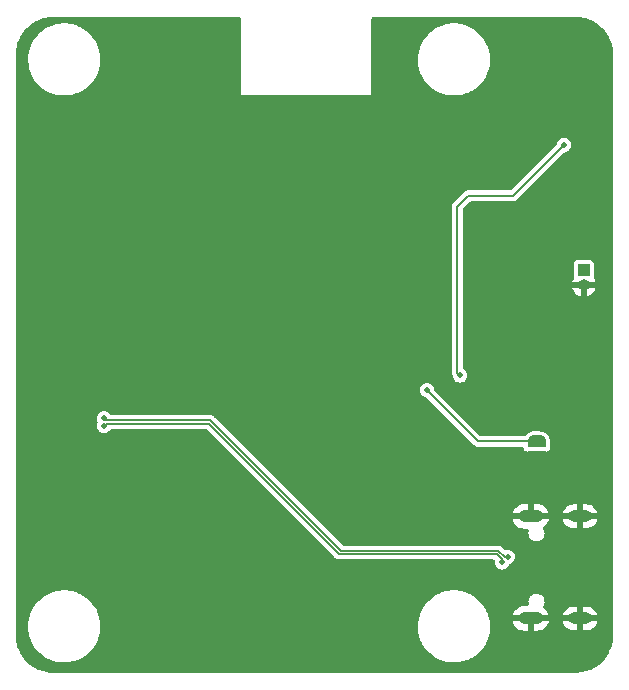
<source format=gbl>
G04 #@! TF.GenerationSoftware,KiCad,Pcbnew,(5.99.0-10632-g8f3343b9e3)*
G04 #@! TF.CreationDate,2021-06-18T06:45:42-04:00*
G04 #@! TF.ProjectId,rpi-cm4-LiM+-board,7270692d-636d-4342-9d4c-694d2b2d626f,v01*
G04 #@! TF.SameCoordinates,Original*
G04 #@! TF.FileFunction,Copper,L2,Bot*
G04 #@! TF.FilePolarity,Positive*
%FSLAX46Y46*%
G04 Gerber Fmt 4.6, Leading zero omitted, Abs format (unit mm)*
G04 Created by KiCad (PCBNEW (5.99.0-10632-g8f3343b9e3)) date 2021-06-18 06:45:42*
%MOMM*%
%LPD*%
G01*
G04 APERTURE LIST*
G04 Aperture macros list*
%AMFreePoly0*
4,1,22,0.500000,-0.750000,0.000000,-0.750000,0.000000,-0.745033,-0.079941,-0.743568,-0.215256,-0.701293,-0.333266,-0.622738,-0.424486,-0.514219,-0.481581,-0.384460,-0.499164,-0.250000,-0.500000,-0.250000,-0.500000,0.250000,-0.499164,0.250000,-0.499963,0.256109,-0.478152,0.396186,-0.417904,0.524511,-0.324060,0.630769,-0.204165,0.706417,-0.067858,0.745374,0.000000,0.744959,0.000000,0.750000,
0.500000,0.750000,0.500000,-0.750000,0.500000,-0.750000,$1*%
%AMFreePoly1*
4,1,20,0.000000,0.744959,0.073905,0.744508,0.209726,0.703889,0.328688,0.626782,0.421226,0.519385,0.479903,0.390333,0.500000,0.250000,0.500000,-0.250000,0.499851,-0.262216,0.476331,-0.402017,0.414519,-0.529596,0.319384,-0.634700,0.198574,-0.708877,0.061801,-0.746166,0.000000,-0.745033,0.000000,-0.750000,-0.500000,-0.750000,-0.500000,0.750000,0.000000,0.750000,0.000000,0.744959,
0.000000,0.744959,$1*%
G04 Aperture macros list end*
G04 #@! TA.AperFunction,ComponentPad*
%ADD10O,2.000000X1.000000*%
G04 #@! TD*
G04 #@! TA.AperFunction,ComponentPad*
%ADD11O,2.100000X1.050000*%
G04 #@! TD*
G04 #@! TA.AperFunction,ComponentPad*
%ADD12R,1.000000X1.000000*%
G04 #@! TD*
G04 #@! TA.AperFunction,ComponentPad*
%ADD13O,1.000000X1.000000*%
G04 #@! TD*
G04 #@! TA.AperFunction,SMDPad,CuDef*
%ADD14FreePoly0,270.000000*%
G04 #@! TD*
G04 #@! TA.AperFunction,SMDPad,CuDef*
%ADD15FreePoly1,270.000000*%
G04 #@! TD*
G04 #@! TA.AperFunction,ViaPad*
%ADD16C,0.508000*%
G04 #@! TD*
G04 #@! TA.AperFunction,Conductor*
%ADD17C,0.200000*%
G04 #@! TD*
G04 #@! TA.AperFunction,Conductor*
%ADD18C,0.152400*%
G04 #@! TD*
G04 APERTURE END LIST*
D10*
X173665000Y-129332500D03*
X173665000Y-120692500D03*
D11*
X169485000Y-129332500D03*
X169485000Y-120692500D03*
D12*
X173990000Y-99822000D03*
D13*
X173990000Y-101092000D03*
D14*
X170000000Y-114350000D03*
D15*
X170000000Y-115650000D03*
D16*
X155000000Y-130000000D03*
X171000000Y-103500000D03*
X127000000Y-92000000D03*
X171000000Y-80500000D03*
X144000000Y-82000000D03*
X145500000Y-86000000D03*
X128778000Y-88138000D03*
X157000000Y-82000000D03*
X131064000Y-125730000D03*
X171000000Y-101500000D03*
X139000000Y-82175000D03*
X144000000Y-84000000D03*
X155500000Y-86000000D03*
X133500000Y-92500000D03*
X144000000Y-80000000D03*
X133500000Y-97500000D03*
X173150000Y-114250000D03*
X157000000Y-84000000D03*
X147000000Y-130000000D03*
X129000000Y-116000000D03*
X138000000Y-130000000D03*
X153500000Y-86000000D03*
X175500000Y-90000000D03*
X157000000Y-80000000D03*
X131238000Y-123730000D03*
X147500000Y-86000000D03*
X151500000Y-86000000D03*
X163000000Y-121000000D03*
X167000000Y-92000000D03*
X149500000Y-86000000D03*
X169000000Y-110000000D03*
X174023750Y-96476250D03*
X127000000Y-101092000D03*
X171000000Y-99000000D03*
X160700000Y-110000000D03*
X172310000Y-89240000D03*
X163500000Y-108760000D03*
X167066513Y-124583487D03*
X133350000Y-113030200D03*
X133350000Y-113030200D03*
X167066513Y-124583487D03*
X133350000Y-112369800D03*
X133350000Y-112369800D03*
X167533487Y-124116513D03*
X167533487Y-124116513D03*
D17*
X170000000Y-115650000D02*
X173665000Y-119315000D01*
X173665000Y-119315000D02*
X173665000Y-120692500D01*
X169000000Y-110000000D02*
X171000000Y-108000000D01*
X171000000Y-108000000D02*
X171000000Y-103500000D01*
X170000000Y-115650000D02*
X171750000Y-115650000D01*
X171750000Y-115650000D02*
X173150000Y-114250000D01*
X160700000Y-110000000D02*
X165050000Y-114350000D01*
X165050000Y-114350000D02*
X170000000Y-114350000D01*
X168010000Y-93540000D02*
X164200000Y-93540000D01*
X163270000Y-96840000D02*
X163270000Y-108530000D01*
X163270000Y-108530000D02*
X163500000Y-108760000D01*
X163270000Y-94470000D02*
X163270000Y-96840000D01*
X172310000Y-89240000D02*
X168010000Y-93540000D01*
X164200000Y-93540000D02*
X163270000Y-94470000D01*
D18*
X166636873Y-123902400D02*
X153286872Y-123902400D01*
X167066513Y-124332040D02*
X166636873Y-123902400D01*
X142236873Y-112852401D02*
X133527799Y-112852401D01*
X167066513Y-124583487D02*
X167066513Y-124332040D01*
X153286872Y-123902400D02*
X142236873Y-112852401D01*
X133527799Y-112852401D02*
X133350000Y-113030200D01*
X166763127Y-123597600D02*
X153413128Y-123597600D01*
X167282040Y-124116513D02*
X166763127Y-123597600D01*
X167533487Y-124116513D02*
X167282040Y-124116513D01*
X142363127Y-112547599D02*
X133527799Y-112547599D01*
X153413128Y-123597600D02*
X142363127Y-112547599D01*
X133527799Y-112547599D02*
X133350000Y-112369800D01*
G04 #@! TA.AperFunction,Conductor*
G36*
X144906862Y-78434931D02*
G01*
X144969199Y-78490157D01*
X144998731Y-78568027D01*
X145000000Y-78589000D01*
X145000000Y-85000000D01*
X156000000Y-85000000D01*
X156000000Y-82106635D01*
X159946361Y-82106635D01*
X159978062Y-82451632D01*
X160048614Y-82790822D01*
X160157109Y-83119844D01*
X160302154Y-83434470D01*
X160304710Y-83438683D01*
X160304711Y-83438684D01*
X160479317Y-83726427D01*
X160481882Y-83730654D01*
X160693985Y-84004588D01*
X160935734Y-84252751D01*
X160957677Y-84270679D01*
X161200205Y-84468833D01*
X161200212Y-84468838D01*
X161204022Y-84471951D01*
X161208158Y-84474611D01*
X161208163Y-84474615D01*
X161491245Y-84656700D01*
X161491253Y-84656704D01*
X161495400Y-84659372D01*
X161806121Y-84812603D01*
X161810749Y-84814265D01*
X161810757Y-84814268D01*
X162127550Y-84928008D01*
X162127555Y-84928009D01*
X162132191Y-84929674D01*
X162136983Y-84930802D01*
X162136992Y-84930805D01*
X162341124Y-84978871D01*
X162469418Y-85009080D01*
X162813466Y-85049801D01*
X162818404Y-85049823D01*
X162818411Y-85049823D01*
X162985817Y-85050553D01*
X163159913Y-85051313D01*
X163306664Y-85035241D01*
X163499403Y-85014133D01*
X163499409Y-85014132D01*
X163504303Y-85013596D01*
X163509103Y-85012510D01*
X163509108Y-85012509D01*
X163648485Y-84980971D01*
X163842210Y-84937135D01*
X163846851Y-84935514D01*
X163846859Y-84935512D01*
X164035554Y-84869616D01*
X164169289Y-84822914D01*
X164481336Y-84672401D01*
X164485495Y-84669777D01*
X164485502Y-84669773D01*
X164770163Y-84490164D01*
X164774338Y-84487530D01*
X165044529Y-84270679D01*
X165288434Y-84024636D01*
X165301451Y-84008125D01*
X165499856Y-83756448D01*
X165502919Y-83752563D01*
X165685226Y-83457959D01*
X165833010Y-83144610D01*
X165944373Y-82816547D01*
X165948942Y-82795503D01*
X166016834Y-82482814D01*
X166016835Y-82482810D01*
X166017882Y-82477986D01*
X166052592Y-82133279D01*
X166053174Y-82106635D01*
X166055426Y-82003400D01*
X166055426Y-82003395D01*
X166055500Y-82000000D01*
X166042168Y-81765204D01*
X166036139Y-81659038D01*
X166036139Y-81659037D01*
X166035859Y-81654108D01*
X165977188Y-81312662D01*
X165880241Y-80980053D01*
X165857419Y-80925628D01*
X165748171Y-80665101D01*
X165748167Y-80665093D01*
X165746265Y-80660557D01*
X165576983Y-80358281D01*
X165374569Y-80077112D01*
X165141628Y-79820663D01*
X164881154Y-79592233D01*
X164660351Y-79439057D01*
X164600545Y-79397568D01*
X164600542Y-79397566D01*
X164596494Y-79394758D01*
X164477230Y-79330675D01*
X164295658Y-79233113D01*
X164295654Y-79233111D01*
X164291310Y-79230777D01*
X163969524Y-79102397D01*
X163964763Y-79101099D01*
X163964760Y-79101098D01*
X163640044Y-79012570D01*
X163640036Y-79012568D01*
X163635274Y-79011270D01*
X163371297Y-78970640D01*
X163297737Y-78959318D01*
X163297735Y-78959318D01*
X163292857Y-78958567D01*
X163287927Y-78958373D01*
X163287924Y-78958373D01*
X163034913Y-78948432D01*
X162946674Y-78944965D01*
X162766249Y-78958373D01*
X162606088Y-78970275D01*
X162606087Y-78970275D01*
X162601177Y-78970640D01*
X162260808Y-79035261D01*
X162121176Y-79078618D01*
X161934661Y-79136532D01*
X161934655Y-79136534D01*
X161929941Y-79137998D01*
X161612832Y-79277530D01*
X161484171Y-79352563D01*
X161317826Y-79449572D01*
X161317821Y-79449575D01*
X161313557Y-79452062D01*
X161189679Y-79544566D01*
X161039916Y-79656398D01*
X161039911Y-79656402D01*
X161035962Y-79659351D01*
X161032368Y-79662732D01*
X160811918Y-79870112D01*
X160783619Y-79896733D01*
X160559769Y-80161154D01*
X160367292Y-80449217D01*
X160208662Y-80757216D01*
X160206916Y-80761825D01*
X160206914Y-80761829D01*
X160154781Y-80899432D01*
X160085918Y-81081193D01*
X160000638Y-81416983D01*
X159953919Y-81760268D01*
X159946361Y-82106635D01*
X156000000Y-82106635D01*
X156000000Y-78589000D01*
X156019931Y-78508138D01*
X156075157Y-78445801D01*
X156153027Y-78416269D01*
X156174000Y-78415000D01*
X173250025Y-78415000D01*
X173277336Y-78418080D01*
X173277949Y-78418304D01*
X173287429Y-78419245D01*
X173459614Y-78421406D01*
X173466500Y-78421628D01*
X173542114Y-78425591D01*
X173551173Y-78426304D01*
X173633253Y-78434931D01*
X173799344Y-78452388D01*
X173808374Y-78453577D01*
X173865965Y-78462698D01*
X173874917Y-78464357D01*
X174118996Y-78516237D01*
X174127839Y-78518361D01*
X174184186Y-78533460D01*
X174192918Y-78536046D01*
X174430212Y-78613147D01*
X174438800Y-78616188D01*
X174493282Y-78637102D01*
X174501697Y-78640588D01*
X174600037Y-78684372D01*
X174729614Y-78742063D01*
X174737791Y-78745963D01*
X174789825Y-78772476D01*
X174797816Y-78776815D01*
X175013888Y-78901565D01*
X175021655Y-78906324D01*
X175070580Y-78938096D01*
X175078087Y-78943256D01*
X175117045Y-78971560D01*
X175279944Y-79089913D01*
X175287142Y-79095436D01*
X175294134Y-79101098D01*
X175332508Y-79132173D01*
X175339434Y-79138088D01*
X175524829Y-79305019D01*
X175531437Y-79311289D01*
X175572713Y-79352565D01*
X175578983Y-79359173D01*
X175745912Y-79544566D01*
X175751827Y-79551492D01*
X175788564Y-79596858D01*
X175794087Y-79604056D01*
X175836718Y-79662732D01*
X175940744Y-79805913D01*
X175945904Y-79813420D01*
X175977676Y-79862345D01*
X175982435Y-79870112D01*
X176107184Y-80086183D01*
X176111531Y-80094189D01*
X176138014Y-80146165D01*
X176141936Y-80154387D01*
X176243423Y-80382330D01*
X176246909Y-80390746D01*
X176267810Y-80445195D01*
X176270851Y-80453783D01*
X176347955Y-80691088D01*
X176350541Y-80699819D01*
X176365637Y-80756155D01*
X176367764Y-80765010D01*
X176419650Y-81009114D01*
X176421303Y-81018038D01*
X176430424Y-81075633D01*
X176431613Y-81084661D01*
X176457694Y-81332809D01*
X176458408Y-81341889D01*
X176462370Y-81417478D01*
X176462594Y-81424384D01*
X176464407Y-81568879D01*
X176465674Y-81575945D01*
X176465675Y-81575951D01*
X176466267Y-81579250D01*
X176469000Y-81609969D01*
X176469000Y-130700025D01*
X176465920Y-130727336D01*
X176465696Y-130727949D01*
X176464755Y-130737429D01*
X176463763Y-130816547D01*
X176462595Y-130909595D01*
X176462370Y-130916520D01*
X176458408Y-130992108D01*
X176457694Y-131001187D01*
X176431616Y-131249320D01*
X176430427Y-131258353D01*
X176421300Y-131315978D01*
X176419641Y-131324930D01*
X176401904Y-131408375D01*
X176367762Y-131568996D01*
X176365635Y-131577854D01*
X176350544Y-131634174D01*
X176347957Y-131642907D01*
X176274985Y-131867496D01*
X176270850Y-131880221D01*
X176267808Y-131888811D01*
X176246908Y-131943255D01*
X176243423Y-131951669D01*
X176141944Y-132179597D01*
X176138022Y-132187820D01*
X176111525Y-132239823D01*
X176107187Y-132247812D01*
X175982409Y-132463934D01*
X175977688Y-132471637D01*
X175945893Y-132520597D01*
X175940770Y-132528052D01*
X175794087Y-132729944D01*
X175788555Y-132737153D01*
X175751827Y-132782508D01*
X175745911Y-132789435D01*
X175578990Y-132974820D01*
X175572720Y-132981428D01*
X175531429Y-133022719D01*
X175524820Y-133028990D01*
X175339422Y-133195922D01*
X175332494Y-133201838D01*
X175287165Y-133238544D01*
X175279940Y-133244089D01*
X175078077Y-133390751D01*
X175070570Y-133395910D01*
X175021657Y-133427675D01*
X175013889Y-133432435D01*
X174797817Y-133557184D01*
X174789811Y-133561531D01*
X174737835Y-133588014D01*
X174729613Y-133591936D01*
X174501668Y-133693424D01*
X174493256Y-133696908D01*
X174438811Y-133717808D01*
X174430224Y-133720849D01*
X174192899Y-133797960D01*
X174184175Y-133800544D01*
X174127845Y-133815638D01*
X174119000Y-133817762D01*
X173874915Y-133869644D01*
X173865984Y-133871299D01*
X173808365Y-133880425D01*
X173799341Y-133881613D01*
X173551189Y-133907694D01*
X173542110Y-133908408D01*
X173466522Y-133912370D01*
X173459616Y-133912594D01*
X173315121Y-133914407D01*
X173304704Y-133916276D01*
X173274011Y-133919009D01*
X168748566Y-133919532D01*
X165848367Y-133919867D01*
X140151685Y-133922839D01*
X129124815Y-133924114D01*
X129097512Y-133921036D01*
X129096925Y-133920822D01*
X129087445Y-133919881D01*
X128915257Y-133917720D01*
X128908373Y-133917498D01*
X128832756Y-133913535D01*
X128823700Y-133912822D01*
X128575552Y-133886742D01*
X128566523Y-133885553D01*
X128508897Y-133876426D01*
X128499944Y-133874767D01*
X128255874Y-133822887D01*
X128247020Y-133820761D01*
X128190700Y-133805670D01*
X128181967Y-133803083D01*
X127944653Y-133725976D01*
X127936063Y-133722934D01*
X127881619Y-133702034D01*
X127873205Y-133698549D01*
X127645277Y-133597070D01*
X127637054Y-133593148D01*
X127585051Y-133566651D01*
X127577062Y-133562313D01*
X127360940Y-133437535D01*
X127353237Y-133432814D01*
X127304277Y-133401019D01*
X127296822Y-133395896D01*
X127094930Y-133249213D01*
X127087721Y-133243681D01*
X127042366Y-133206953D01*
X127035439Y-133201037D01*
X126850054Y-133034116D01*
X126843446Y-133027846D01*
X126802155Y-132986555D01*
X126795884Y-132979946D01*
X126744828Y-132923242D01*
X126628948Y-132794543D01*
X126623036Y-132787620D01*
X126586330Y-132742291D01*
X126580785Y-132735066D01*
X126434123Y-132533203D01*
X126428964Y-132525696D01*
X126397199Y-132476783D01*
X126392439Y-132469015D01*
X126267690Y-132252943D01*
X126263343Y-132244937D01*
X126236860Y-132192961D01*
X126232938Y-132184739D01*
X126131450Y-131956794D01*
X126127964Y-131948378D01*
X126125998Y-131943255D01*
X126107066Y-131893936D01*
X126104025Y-131885350D01*
X126026914Y-131648025D01*
X126024327Y-131639291D01*
X126009239Y-131582982D01*
X126007112Y-131574124D01*
X125981797Y-131455029D01*
X125955230Y-131330041D01*
X125953572Y-131321094D01*
X125944450Y-131263499D01*
X125943261Y-131254467D01*
X125917180Y-131006315D01*
X125916466Y-130997236D01*
X125912504Y-130921648D01*
X125912279Y-130914722D01*
X125910665Y-130785996D01*
X125910467Y-130770247D01*
X125909200Y-130763181D01*
X125909199Y-130763175D01*
X125908607Y-130759876D01*
X125905874Y-130729157D01*
X125905874Y-130106635D01*
X126946361Y-130106635D01*
X126953125Y-130180244D01*
X126970148Y-130365500D01*
X126978062Y-130451632D01*
X126983544Y-130477986D01*
X127037010Y-130735032D01*
X127048614Y-130790822D01*
X127157109Y-131119844D01*
X127159175Y-131124326D01*
X127159176Y-131124328D01*
X127285702Y-131398784D01*
X127302154Y-131434470D01*
X127304710Y-131438683D01*
X127304711Y-131438684D01*
X127324355Y-131471057D01*
X127481882Y-131730654D01*
X127693985Y-132004588D01*
X127814859Y-132128669D01*
X127921505Y-132238144D01*
X127935734Y-132252751D01*
X127957677Y-132270679D01*
X128200205Y-132468833D01*
X128200212Y-132468838D01*
X128204022Y-132471951D01*
X128208158Y-132474611D01*
X128208163Y-132474615D01*
X128491245Y-132656700D01*
X128491253Y-132656704D01*
X128495400Y-132659372D01*
X128638469Y-132729926D01*
X128755461Y-132787620D01*
X128806121Y-132812603D01*
X128810749Y-132814265D01*
X128810757Y-132814268D01*
X129127550Y-132928008D01*
X129127555Y-132928009D01*
X129132191Y-132929674D01*
X129136983Y-132930802D01*
X129136992Y-132930805D01*
X129365154Y-132984529D01*
X129469418Y-133009080D01*
X129813466Y-133049801D01*
X129818404Y-133049823D01*
X129818411Y-133049823D01*
X129985817Y-133050553D01*
X130159913Y-133051313D01*
X130316937Y-133034116D01*
X130499403Y-133014133D01*
X130499409Y-133014132D01*
X130504303Y-133013596D01*
X130509103Y-133012510D01*
X130509108Y-133012509D01*
X130697154Y-132969958D01*
X130842210Y-132937135D01*
X130846851Y-132935514D01*
X130846859Y-132935512D01*
X131040898Y-132867750D01*
X131169289Y-132822914D01*
X131481336Y-132672401D01*
X131485495Y-132669777D01*
X131485502Y-132669773D01*
X131735284Y-132512171D01*
X131774338Y-132487530D01*
X132044529Y-132270679D01*
X132288434Y-132024636D01*
X132301451Y-132008125D01*
X132448748Y-131821278D01*
X132502919Y-131752563D01*
X132685226Y-131457959D01*
X132833010Y-131144610D01*
X132858415Y-131069772D01*
X132942787Y-130821219D01*
X132944373Y-130816547D01*
X132948942Y-130795503D01*
X133016834Y-130482814D01*
X133016835Y-130482810D01*
X133017882Y-130477986D01*
X133052592Y-130133279D01*
X133053174Y-130106635D01*
X159946361Y-130106635D01*
X159953125Y-130180244D01*
X159970148Y-130365500D01*
X159978062Y-130451632D01*
X159983544Y-130477986D01*
X160037010Y-130735032D01*
X160048614Y-130790822D01*
X160157109Y-131119844D01*
X160159175Y-131124326D01*
X160159176Y-131124328D01*
X160285702Y-131398784D01*
X160302154Y-131434470D01*
X160304710Y-131438683D01*
X160304711Y-131438684D01*
X160324355Y-131471057D01*
X160481882Y-131730654D01*
X160693985Y-132004588D01*
X160814859Y-132128669D01*
X160921505Y-132238144D01*
X160935734Y-132252751D01*
X160957677Y-132270679D01*
X161200205Y-132468833D01*
X161200212Y-132468838D01*
X161204022Y-132471951D01*
X161208158Y-132474611D01*
X161208163Y-132474615D01*
X161491245Y-132656700D01*
X161491253Y-132656704D01*
X161495400Y-132659372D01*
X161638469Y-132729926D01*
X161755461Y-132787620D01*
X161806121Y-132812603D01*
X161810749Y-132814265D01*
X161810757Y-132814268D01*
X162127550Y-132928008D01*
X162127555Y-132928009D01*
X162132191Y-132929674D01*
X162136983Y-132930802D01*
X162136992Y-132930805D01*
X162365154Y-132984529D01*
X162469418Y-133009080D01*
X162813466Y-133049801D01*
X162818404Y-133049823D01*
X162818411Y-133049823D01*
X162985817Y-133050553D01*
X163159913Y-133051313D01*
X163316937Y-133034116D01*
X163499403Y-133014133D01*
X163499409Y-133014132D01*
X163504303Y-133013596D01*
X163509103Y-133012510D01*
X163509108Y-133012509D01*
X163697154Y-132969958D01*
X163842210Y-132937135D01*
X163846851Y-132935514D01*
X163846859Y-132935512D01*
X164040898Y-132867750D01*
X164169289Y-132822914D01*
X164481336Y-132672401D01*
X164485495Y-132669777D01*
X164485502Y-132669773D01*
X164735284Y-132512171D01*
X164774338Y-132487530D01*
X165044529Y-132270679D01*
X165288434Y-132024636D01*
X165301451Y-132008125D01*
X165448748Y-131821278D01*
X165502919Y-131752563D01*
X165685226Y-131457959D01*
X165833010Y-131144610D01*
X165858415Y-131069772D01*
X165942787Y-130821219D01*
X165944373Y-130816547D01*
X165948942Y-130795503D01*
X166016834Y-130482814D01*
X166016835Y-130482810D01*
X166017882Y-130477986D01*
X166052592Y-130133279D01*
X166053174Y-130106635D01*
X166055426Y-130003400D01*
X166055426Y-130003395D01*
X166055500Y-130000000D01*
X166042168Y-129765204D01*
X166036139Y-129659038D01*
X166036139Y-129659037D01*
X166035859Y-129654108D01*
X166024969Y-129590733D01*
X167961851Y-129590733D01*
X167962913Y-129603543D01*
X167995182Y-129713183D01*
X168001524Y-129728881D01*
X168087495Y-129893326D01*
X168096773Y-129907505D01*
X168213048Y-130052124D01*
X168224891Y-130064217D01*
X168367048Y-130183501D01*
X168381016Y-130193065D01*
X168543635Y-130282465D01*
X168559199Y-130289135D01*
X168736075Y-130345244D01*
X168752643Y-130348765D01*
X168897006Y-130364959D01*
X168906692Y-130365500D01*
X169209871Y-130365500D01*
X169227213Y-130361225D01*
X169231000Y-130351240D01*
X169231000Y-129607629D01*
X169229307Y-129600760D01*
X169739000Y-129600760D01*
X169739000Y-130344371D01*
X169743275Y-130361713D01*
X169753260Y-130365500D01*
X170056753Y-130365500D01*
X170065208Y-130365087D01*
X170203150Y-130351561D01*
X170219759Y-130348272D01*
X170397403Y-130294639D01*
X170413066Y-130288183D01*
X170576906Y-130201067D01*
X170591016Y-130191692D01*
X170734817Y-130074411D01*
X170746832Y-130062480D01*
X170865116Y-129919500D01*
X170874588Y-129905457D01*
X170962848Y-129742223D01*
X170969409Y-129726616D01*
X171006535Y-129606681D01*
X171007470Y-129590733D01*
X172192788Y-129590733D01*
X172193850Y-129603547D01*
X172223361Y-129703814D01*
X172229703Y-129719513D01*
X172313416Y-129879642D01*
X172322690Y-129893813D01*
X172435910Y-130034631D01*
X172447753Y-130046725D01*
X172586173Y-130162873D01*
X172600140Y-130172437D01*
X172758486Y-130259488D01*
X172774044Y-130266156D01*
X172946278Y-130320792D01*
X172962836Y-130324312D01*
X173102333Y-130339958D01*
X173112022Y-130340500D01*
X173389871Y-130340500D01*
X173407213Y-130336225D01*
X173411000Y-130326240D01*
X173411000Y-129607629D01*
X173409307Y-129600760D01*
X173919000Y-129600760D01*
X173919000Y-130319371D01*
X173923275Y-130336713D01*
X173933260Y-130340500D01*
X174211754Y-130340500D01*
X174220212Y-130340087D01*
X174353295Y-130327038D01*
X174369905Y-130323749D01*
X174542874Y-130271526D01*
X174558539Y-130265069D01*
X174718072Y-130180244D01*
X174732182Y-130170869D01*
X174872201Y-130056672D01*
X174884216Y-130044741D01*
X174999389Y-129905521D01*
X175008864Y-129891474D01*
X175094799Y-129732539D01*
X175101364Y-129716923D01*
X175135489Y-129606683D01*
X175136507Y-129589311D01*
X175123352Y-129586500D01*
X173940129Y-129586500D01*
X173922787Y-129590775D01*
X173919000Y-129600760D01*
X173409307Y-129600760D01*
X173406725Y-129590287D01*
X173396740Y-129586500D01*
X172209962Y-129586500D01*
X172192788Y-129590733D01*
X171007470Y-129590733D01*
X171007553Y-129589311D01*
X170994399Y-129586500D01*
X169760129Y-129586500D01*
X169742787Y-129590775D01*
X169739000Y-129600760D01*
X169229307Y-129600760D01*
X169226725Y-129590287D01*
X169216740Y-129586500D01*
X167979026Y-129586500D01*
X167961851Y-129590733D01*
X166024969Y-129590733D01*
X165977188Y-129312662D01*
X165908116Y-129075689D01*
X167962447Y-129075689D01*
X167975601Y-129078500D01*
X170990974Y-129078500D01*
X171002379Y-129075689D01*
X172193493Y-129075689D01*
X172206648Y-129078500D01*
X173389871Y-129078500D01*
X173407213Y-129074225D01*
X173411000Y-129064240D01*
X173411000Y-128345629D01*
X173409307Y-128338760D01*
X173919000Y-128338760D01*
X173919000Y-129057371D01*
X173923275Y-129074713D01*
X173933260Y-129078500D01*
X175120038Y-129078500D01*
X175137212Y-129074267D01*
X175136150Y-129061453D01*
X175106639Y-128961186D01*
X175100297Y-128945487D01*
X175016584Y-128785358D01*
X175007310Y-128771187D01*
X174894090Y-128630369D01*
X174882247Y-128618275D01*
X174743827Y-128502127D01*
X174729860Y-128492563D01*
X174571514Y-128405512D01*
X174555956Y-128398844D01*
X174383722Y-128344208D01*
X174367164Y-128340688D01*
X174227667Y-128325042D01*
X174217978Y-128324500D01*
X173940129Y-128324500D01*
X173922787Y-128328775D01*
X173919000Y-128338760D01*
X173409307Y-128338760D01*
X173406725Y-128328287D01*
X173396740Y-128324500D01*
X173118246Y-128324500D01*
X173109788Y-128324913D01*
X172976705Y-128337962D01*
X172960095Y-128341251D01*
X172787126Y-128393474D01*
X172771461Y-128399931D01*
X172611928Y-128484756D01*
X172597818Y-128494131D01*
X172457799Y-128608328D01*
X172445784Y-128620259D01*
X172330611Y-128759479D01*
X172321136Y-128773526D01*
X172235201Y-128932461D01*
X172228636Y-128948077D01*
X172194511Y-129058317D01*
X172193493Y-129075689D01*
X171002379Y-129075689D01*
X171008149Y-129074267D01*
X171007087Y-129061457D01*
X170974818Y-128951817D01*
X170968476Y-128936119D01*
X170882505Y-128771674D01*
X170873227Y-128757495D01*
X170756952Y-128612876D01*
X170745109Y-128600783D01*
X170600514Y-128479454D01*
X170551382Y-128412209D01*
X170539127Y-128329834D01*
X170571054Y-128244629D01*
X170581327Y-128230333D01*
X170642313Y-128078626D01*
X170665351Y-127916751D01*
X170665500Y-127902500D01*
X170655202Y-127817405D01*
X170647118Y-127750594D01*
X170647117Y-127750590D01*
X170645857Y-127740178D01*
X170615315Y-127659351D01*
X170591772Y-127597044D01*
X170591770Y-127597041D01*
X170588062Y-127587227D01*
X170495451Y-127452477D01*
X170373371Y-127343708D01*
X170364107Y-127338803D01*
X170364104Y-127338801D01*
X170305142Y-127307583D01*
X170228869Y-127267199D01*
X170070289Y-127227366D01*
X170059803Y-127227311D01*
X170059802Y-127227311D01*
X169977414Y-127226880D01*
X169906785Y-127226510D01*
X169896580Y-127228960D01*
X169757997Y-127262231D01*
X169757996Y-127262231D01*
X169747797Y-127264680D01*
X169602502Y-127339672D01*
X169594600Y-127346565D01*
X169594599Y-127346566D01*
X169542030Y-127392425D01*
X169479290Y-127447157D01*
X169473260Y-127455737D01*
X169473258Y-127455739D01*
X169411360Y-127543812D01*
X169385273Y-127580929D01*
X169325879Y-127733267D01*
X169304537Y-127895374D01*
X169322480Y-128057893D01*
X169326084Y-128067742D01*
X169328480Y-128077957D01*
X169326727Y-128078368D01*
X169334409Y-128148498D01*
X169303965Y-128226016D01*
X169240984Y-128280507D01*
X169161935Y-128299500D01*
X168913247Y-128299500D01*
X168904792Y-128299913D01*
X168766850Y-128313439D01*
X168750241Y-128316728D01*
X168572597Y-128370361D01*
X168556934Y-128376817D01*
X168393094Y-128463933D01*
X168378984Y-128473308D01*
X168235183Y-128590589D01*
X168223168Y-128602520D01*
X168104884Y-128745500D01*
X168095412Y-128759543D01*
X168007152Y-128922777D01*
X168000591Y-128938384D01*
X167963465Y-129058319D01*
X167962447Y-129075689D01*
X165908116Y-129075689D01*
X165880241Y-128980053D01*
X165856223Y-128922777D01*
X165748171Y-128665101D01*
X165748167Y-128665093D01*
X165746265Y-128660557D01*
X165576983Y-128358281D01*
X165374569Y-128077112D01*
X165141628Y-127820663D01*
X164881154Y-127592233D01*
X164738824Y-127493496D01*
X164600545Y-127397568D01*
X164600542Y-127397566D01*
X164596494Y-127394758D01*
X164374618Y-127275540D01*
X164295658Y-127233113D01*
X164295654Y-127233111D01*
X164291310Y-127230777D01*
X163969524Y-127102397D01*
X163964763Y-127101099D01*
X163964760Y-127101098D01*
X163640044Y-127012570D01*
X163640036Y-127012568D01*
X163635274Y-127011270D01*
X163371297Y-126970640D01*
X163297737Y-126959318D01*
X163297735Y-126959318D01*
X163292857Y-126958567D01*
X163287927Y-126958373D01*
X163287924Y-126958373D01*
X163034913Y-126948432D01*
X162946674Y-126944965D01*
X162766249Y-126958373D01*
X162606088Y-126970275D01*
X162606087Y-126970275D01*
X162601177Y-126970640D01*
X162260808Y-127035261D01*
X162110415Y-127081959D01*
X161934661Y-127136532D01*
X161934655Y-127136534D01*
X161929941Y-127137998D01*
X161612832Y-127277530D01*
X161499355Y-127343708D01*
X161317826Y-127449572D01*
X161317821Y-127449575D01*
X161313557Y-127452062D01*
X161308633Y-127455739D01*
X161039916Y-127656398D01*
X161039911Y-127656402D01*
X161035962Y-127659351D01*
X161032368Y-127662732D01*
X160867947Y-127817405D01*
X160783619Y-127896733D01*
X160559769Y-128161154D01*
X160367292Y-128449217D01*
X160208662Y-128757216D01*
X160206916Y-128761825D01*
X160206914Y-128761829D01*
X160198000Y-128785358D01*
X160085918Y-129081193D01*
X160000638Y-129416983D01*
X159953919Y-129760268D01*
X159946361Y-130106635D01*
X133053174Y-130106635D01*
X133055426Y-130003400D01*
X133055426Y-130003395D01*
X133055500Y-130000000D01*
X133042168Y-129765204D01*
X133036139Y-129659038D01*
X133036139Y-129659037D01*
X133035859Y-129654108D01*
X132977188Y-129312662D01*
X132880241Y-128980053D01*
X132856223Y-128922777D01*
X132748171Y-128665101D01*
X132748167Y-128665093D01*
X132746265Y-128660557D01*
X132576983Y-128358281D01*
X132374569Y-128077112D01*
X132141628Y-127820663D01*
X131881154Y-127592233D01*
X131738824Y-127493496D01*
X131600545Y-127397568D01*
X131600542Y-127397566D01*
X131596494Y-127394758D01*
X131374618Y-127275540D01*
X131295658Y-127233113D01*
X131295654Y-127233111D01*
X131291310Y-127230777D01*
X130969524Y-127102397D01*
X130964763Y-127101099D01*
X130964760Y-127101098D01*
X130640044Y-127012570D01*
X130640036Y-127012568D01*
X130635274Y-127011270D01*
X130371297Y-126970640D01*
X130297737Y-126959318D01*
X130297735Y-126959318D01*
X130292857Y-126958567D01*
X130287927Y-126958373D01*
X130287924Y-126958373D01*
X130034913Y-126948432D01*
X129946674Y-126944965D01*
X129766249Y-126958373D01*
X129606088Y-126970275D01*
X129606087Y-126970275D01*
X129601177Y-126970640D01*
X129260808Y-127035261D01*
X129110415Y-127081959D01*
X128934661Y-127136532D01*
X128934655Y-127136534D01*
X128929941Y-127137998D01*
X128612832Y-127277530D01*
X128499355Y-127343708D01*
X128317826Y-127449572D01*
X128317821Y-127449575D01*
X128313557Y-127452062D01*
X128308633Y-127455739D01*
X128039916Y-127656398D01*
X128039911Y-127656402D01*
X128035962Y-127659351D01*
X128032368Y-127662732D01*
X127867947Y-127817405D01*
X127783619Y-127896733D01*
X127559769Y-128161154D01*
X127367292Y-128449217D01*
X127208662Y-128757216D01*
X127206916Y-128761825D01*
X127206914Y-128761829D01*
X127198000Y-128785358D01*
X127085918Y-129081193D01*
X127000638Y-129416983D01*
X126953919Y-129760268D01*
X126946361Y-130106635D01*
X125905874Y-130106635D01*
X125905874Y-112369800D01*
X132740500Y-112369800D01*
X132761268Y-112527550D01*
X132765634Y-112538089D01*
X132765634Y-112538091D01*
X132805118Y-112633413D01*
X132817649Y-112715747D01*
X132805118Y-112766587D01*
X132761268Y-112872450D01*
X132740500Y-113030200D01*
X132761268Y-113187950D01*
X132822158Y-113334950D01*
X132919018Y-113461182D01*
X133045250Y-113558042D01*
X133055786Y-113562406D01*
X133181709Y-113614566D01*
X133181711Y-113614566D01*
X133192250Y-113618932D01*
X133350000Y-113639700D01*
X133507750Y-113618932D01*
X133518289Y-113614566D01*
X133518291Y-113614566D01*
X133644214Y-113562406D01*
X133654750Y-113558042D01*
X133780982Y-113461182D01*
X133868460Y-113347177D01*
X133933497Y-113295158D01*
X134006504Y-113279101D01*
X141988054Y-113279101D01*
X142068916Y-113299032D01*
X142111091Y-113330064D01*
X152958884Y-124177857D01*
X152972492Y-124193171D01*
X152991353Y-124217096D01*
X153036418Y-124248243D01*
X153040819Y-124251388D01*
X153084866Y-124283921D01*
X153091319Y-124286187D01*
X153096950Y-124290079D01*
X153149230Y-124306613D01*
X153154290Y-124308301D01*
X153205979Y-124326453D01*
X153212814Y-124326722D01*
X153219339Y-124328785D01*
X153223341Y-124329100D01*
X153269922Y-124329100D01*
X153276754Y-124329234D01*
X153334244Y-124331493D01*
X153342063Y-124329420D01*
X153347872Y-124329100D01*
X166292095Y-124329100D01*
X166372957Y-124349031D01*
X166435294Y-124404257D01*
X166464826Y-124482127D01*
X166464606Y-124525811D01*
X166457013Y-124583487D01*
X166477781Y-124741237D01*
X166538671Y-124888237D01*
X166635531Y-125014469D01*
X166761763Y-125111329D01*
X166772299Y-125115693D01*
X166898222Y-125167853D01*
X166898224Y-125167853D01*
X166908763Y-125172219D01*
X167066513Y-125192987D01*
X167224263Y-125172219D01*
X167234802Y-125167853D01*
X167234804Y-125167853D01*
X167360727Y-125115693D01*
X167371263Y-125111329D01*
X167497495Y-125014469D01*
X167594355Y-124888237D01*
X167598718Y-124877704D01*
X167598722Y-124877697D01*
X167638207Y-124782373D01*
X167687565Y-124715294D01*
X167732373Y-124688207D01*
X167827697Y-124648722D01*
X167827704Y-124648718D01*
X167838237Y-124644355D01*
X167964469Y-124547495D01*
X168061329Y-124421263D01*
X168108110Y-124308326D01*
X168117853Y-124284804D01*
X168117853Y-124284802D01*
X168122219Y-124274263D01*
X168142987Y-124116513D01*
X168122219Y-123958763D01*
X168061329Y-123811763D01*
X167964469Y-123685531D01*
X167838237Y-123588671D01*
X167747087Y-123550915D01*
X167701778Y-123532147D01*
X167701776Y-123532147D01*
X167691237Y-123527781D01*
X167533487Y-123507013D01*
X167391014Y-123525770D01*
X167308245Y-123516565D01*
X167245268Y-123476296D01*
X167091115Y-123322143D01*
X167077507Y-123306829D01*
X167066698Y-123293118D01*
X167058646Y-123282904D01*
X167013603Y-123251773D01*
X167009204Y-123248630D01*
X166965133Y-123216078D01*
X166958677Y-123213811D01*
X166953049Y-123209921D01*
X166900852Y-123193413D01*
X166895670Y-123191684D01*
X166856289Y-123177855D01*
X166856287Y-123177855D01*
X166844020Y-123173547D01*
X166837185Y-123173278D01*
X166830660Y-123171215D01*
X166826658Y-123170900D01*
X166780077Y-123170900D01*
X166773245Y-123170766D01*
X166772000Y-123170717D01*
X166715754Y-123168507D01*
X166707935Y-123170580D01*
X166702126Y-123170900D01*
X153661946Y-123170900D01*
X153581084Y-123150969D01*
X153538909Y-123119937D01*
X151369705Y-120950733D01*
X167961851Y-120950733D01*
X167962913Y-120963543D01*
X167995182Y-121073183D01*
X168001524Y-121088881D01*
X168087495Y-121253326D01*
X168096773Y-121267505D01*
X168213048Y-121412124D01*
X168224891Y-121424217D01*
X168367048Y-121543501D01*
X168381016Y-121553065D01*
X168543635Y-121642465D01*
X168559199Y-121649135D01*
X168736075Y-121705244D01*
X168752643Y-121708765D01*
X168897006Y-121724959D01*
X168906692Y-121725500D01*
X169161341Y-121725500D01*
X169242203Y-121745431D01*
X169304540Y-121800657D01*
X169334072Y-121878527D01*
X169329875Y-121942769D01*
X169329688Y-121943497D01*
X169325879Y-121953267D01*
X169304537Y-122115374D01*
X169322480Y-122277893D01*
X169378670Y-122431441D01*
X169469865Y-122567153D01*
X169477626Y-122574215D01*
X169494895Y-122589928D01*
X169590799Y-122677194D01*
X169600013Y-122682197D01*
X169600016Y-122682199D01*
X169695602Y-122734098D01*
X169734491Y-122755213D01*
X169892646Y-122796704D01*
X169903127Y-122796869D01*
X169903130Y-122796869D01*
X169972681Y-122797961D01*
X170056132Y-122799272D01*
X170066352Y-122796931D01*
X170066355Y-122796931D01*
X170205283Y-122765112D01*
X170205286Y-122765111D01*
X170215511Y-122762769D01*
X170361583Y-122689303D01*
X170369558Y-122682492D01*
X170369562Y-122682489D01*
X170477936Y-122589928D01*
X170477937Y-122589927D01*
X170485914Y-122583114D01*
X170581327Y-122450333D01*
X170642313Y-122298626D01*
X170665351Y-122136751D01*
X170665500Y-122122500D01*
X170656069Y-122044565D01*
X170647118Y-121970594D01*
X170647117Y-121970590D01*
X170645857Y-121960178D01*
X170588062Y-121807227D01*
X170567366Y-121777114D01*
X170537991Y-121699188D01*
X170548195Y-121616533D01*
X170600791Y-121543720D01*
X170734817Y-121434411D01*
X170746832Y-121422480D01*
X170865116Y-121279500D01*
X170874588Y-121265457D01*
X170962848Y-121102223D01*
X170969409Y-121086616D01*
X171006535Y-120966681D01*
X171007470Y-120950733D01*
X172192788Y-120950733D01*
X172193850Y-120963547D01*
X172223361Y-121063814D01*
X172229703Y-121079513D01*
X172313416Y-121239642D01*
X172322690Y-121253813D01*
X172435910Y-121394631D01*
X172447753Y-121406725D01*
X172586173Y-121522873D01*
X172600140Y-121532437D01*
X172758486Y-121619488D01*
X172774044Y-121626156D01*
X172946278Y-121680792D01*
X172962836Y-121684312D01*
X173102333Y-121699958D01*
X173112022Y-121700500D01*
X173389871Y-121700500D01*
X173407213Y-121696225D01*
X173411000Y-121686240D01*
X173411000Y-120967629D01*
X173409307Y-120960760D01*
X173919000Y-120960760D01*
X173919000Y-121679371D01*
X173923275Y-121696713D01*
X173933260Y-121700500D01*
X174211754Y-121700500D01*
X174220212Y-121700087D01*
X174353295Y-121687038D01*
X174369905Y-121683749D01*
X174542874Y-121631526D01*
X174558539Y-121625069D01*
X174718072Y-121540244D01*
X174732182Y-121530869D01*
X174872201Y-121416672D01*
X174884216Y-121404741D01*
X174999389Y-121265521D01*
X175008864Y-121251474D01*
X175094799Y-121092539D01*
X175101364Y-121076923D01*
X175135489Y-120966683D01*
X175136507Y-120949311D01*
X175123352Y-120946500D01*
X173940129Y-120946500D01*
X173922787Y-120950775D01*
X173919000Y-120960760D01*
X173409307Y-120960760D01*
X173406725Y-120950287D01*
X173396740Y-120946500D01*
X172209962Y-120946500D01*
X172192788Y-120950733D01*
X171007470Y-120950733D01*
X171007553Y-120949311D01*
X170994399Y-120946500D01*
X167979026Y-120946500D01*
X167961851Y-120950733D01*
X151369705Y-120950733D01*
X150854661Y-120435689D01*
X167962447Y-120435689D01*
X167975601Y-120438500D01*
X169209871Y-120438500D01*
X169227213Y-120434225D01*
X169231000Y-120424240D01*
X169231000Y-119680629D01*
X169229307Y-119673760D01*
X169739000Y-119673760D01*
X169739000Y-120417371D01*
X169743275Y-120434713D01*
X169753260Y-120438500D01*
X170990974Y-120438500D01*
X171002379Y-120435689D01*
X172193493Y-120435689D01*
X172206648Y-120438500D01*
X173389871Y-120438500D01*
X173407213Y-120434225D01*
X173411000Y-120424240D01*
X173411000Y-119705629D01*
X173409307Y-119698760D01*
X173919000Y-119698760D01*
X173919000Y-120417371D01*
X173923275Y-120434713D01*
X173933260Y-120438500D01*
X175120038Y-120438500D01*
X175137212Y-120434267D01*
X175136150Y-120421453D01*
X175106639Y-120321186D01*
X175100297Y-120305487D01*
X175016584Y-120145358D01*
X175007310Y-120131187D01*
X174894090Y-119990369D01*
X174882247Y-119978275D01*
X174743827Y-119862127D01*
X174729860Y-119852563D01*
X174571514Y-119765512D01*
X174555956Y-119758844D01*
X174383722Y-119704208D01*
X174367164Y-119700688D01*
X174227667Y-119685042D01*
X174217978Y-119684500D01*
X173940129Y-119684500D01*
X173922787Y-119688775D01*
X173919000Y-119698760D01*
X173409307Y-119698760D01*
X173406725Y-119688287D01*
X173396740Y-119684500D01*
X173118246Y-119684500D01*
X173109788Y-119684913D01*
X172976705Y-119697962D01*
X172960095Y-119701251D01*
X172787126Y-119753474D01*
X172771461Y-119759931D01*
X172611928Y-119844756D01*
X172597818Y-119854131D01*
X172457799Y-119968328D01*
X172445784Y-119980259D01*
X172330611Y-120119479D01*
X172321136Y-120133526D01*
X172235201Y-120292461D01*
X172228636Y-120308077D01*
X172194511Y-120418317D01*
X172193493Y-120435689D01*
X171002379Y-120435689D01*
X171008149Y-120434267D01*
X171007087Y-120421457D01*
X170974818Y-120311817D01*
X170968476Y-120296119D01*
X170882505Y-120131674D01*
X170873227Y-120117495D01*
X170756952Y-119972876D01*
X170745109Y-119960783D01*
X170602952Y-119841499D01*
X170588984Y-119831935D01*
X170426365Y-119742535D01*
X170410801Y-119735865D01*
X170233925Y-119679756D01*
X170217357Y-119676235D01*
X170072994Y-119660041D01*
X170063308Y-119659500D01*
X169760129Y-119659500D01*
X169742787Y-119663775D01*
X169739000Y-119673760D01*
X169229307Y-119673760D01*
X169226725Y-119663287D01*
X169216740Y-119659500D01*
X168913247Y-119659500D01*
X168904792Y-119659913D01*
X168766850Y-119673439D01*
X168750241Y-119676728D01*
X168572597Y-119730361D01*
X168556934Y-119736817D01*
X168393094Y-119823933D01*
X168378984Y-119833308D01*
X168235183Y-119950589D01*
X168223168Y-119962520D01*
X168104884Y-120105500D01*
X168095412Y-120119543D01*
X168007152Y-120282777D01*
X168000591Y-120298384D01*
X167963465Y-120418319D01*
X167962447Y-120435689D01*
X150854661Y-120435689D01*
X142691115Y-112272142D01*
X142677507Y-112256828D01*
X142666698Y-112243117D01*
X142658646Y-112232903D01*
X142613603Y-112201772D01*
X142609204Y-112198629D01*
X142565133Y-112166077D01*
X142558677Y-112163810D01*
X142553049Y-112159920D01*
X142500852Y-112143412D01*
X142495670Y-112141683D01*
X142456289Y-112127854D01*
X142456287Y-112127854D01*
X142444020Y-112123546D01*
X142437185Y-112123277D01*
X142430660Y-112121214D01*
X142426658Y-112120899D01*
X142380077Y-112120899D01*
X142373245Y-112120765D01*
X142372000Y-112120716D01*
X142315754Y-112118506D01*
X142307935Y-112120579D01*
X142302126Y-112120899D01*
X134006504Y-112120899D01*
X133925642Y-112100968D01*
X133868460Y-112052823D01*
X133787927Y-111947869D01*
X133780982Y-111938818D01*
X133654750Y-111841958D01*
X133590853Y-111815491D01*
X133518291Y-111785434D01*
X133518289Y-111785434D01*
X133507750Y-111781068D01*
X133350000Y-111760300D01*
X133192250Y-111781068D01*
X133181711Y-111785434D01*
X133181709Y-111785434D01*
X133109147Y-111815491D01*
X133045250Y-111841958D01*
X132919018Y-111938818D01*
X132822158Y-112065050D01*
X132817794Y-112075586D01*
X132766167Y-112200224D01*
X132761268Y-112212050D01*
X132740500Y-112369800D01*
X125905874Y-112369800D01*
X125905874Y-110000000D01*
X160090500Y-110000000D01*
X160111268Y-110157750D01*
X160172158Y-110304750D01*
X160269018Y-110430982D01*
X160395250Y-110527842D01*
X160405786Y-110532206D01*
X160531709Y-110584366D01*
X160531711Y-110584366D01*
X160542250Y-110588732D01*
X160609655Y-110597606D01*
X160687218Y-110627919D01*
X160709976Y-110647079D01*
X162737446Y-112674550D01*
X164705787Y-114642891D01*
X164719395Y-114658205D01*
X164738189Y-114682045D01*
X164785868Y-114714998D01*
X164790253Y-114718132D01*
X164836858Y-114752555D01*
X164843668Y-114754946D01*
X164849608Y-114759052D01*
X164862009Y-114762974D01*
X164862011Y-114762975D01*
X164904855Y-114776526D01*
X164910035Y-114778254D01*
X164929679Y-114785152D01*
X164964648Y-114797432D01*
X164971862Y-114797715D01*
X164978744Y-114799892D01*
X164986469Y-114800500D01*
X165039319Y-114800500D01*
X165046150Y-114800634D01*
X165099984Y-114802749D01*
X165107459Y-114800767D01*
X165112309Y-114800500D01*
X168737039Y-114800500D01*
X168817901Y-114820431D01*
X168880238Y-114875657D01*
X168904066Y-114926745D01*
X168905378Y-114937270D01*
X168910440Y-114948810D01*
X168910441Y-114948814D01*
X168923294Y-114978114D01*
X168952387Y-115044440D01*
X168962149Y-115055044D01*
X168962150Y-115055046D01*
X169021882Y-115119932D01*
X169021884Y-115119933D01*
X169031647Y-115130539D01*
X169134569Y-115186238D01*
X169250000Y-115205500D01*
X169671766Y-115205500D01*
X169687312Y-115206196D01*
X169733311Y-115210322D01*
X169738914Y-115210391D01*
X169742281Y-115210432D01*
X169742287Y-115210432D01*
X169745649Y-115210473D01*
X169748994Y-115210255D01*
X169749006Y-115210255D01*
X169797039Y-115207129D01*
X169797051Y-115207128D01*
X169800397Y-115206910D01*
X169803728Y-115206433D01*
X169821726Y-115205500D01*
X170171766Y-115205500D01*
X170187312Y-115206196D01*
X170233311Y-115210322D01*
X170238914Y-115210391D01*
X170242281Y-115210432D01*
X170242287Y-115210432D01*
X170245649Y-115210473D01*
X170248994Y-115210255D01*
X170249006Y-115210255D01*
X170297039Y-115207129D01*
X170297051Y-115207128D01*
X170300397Y-115206910D01*
X170303728Y-115206433D01*
X170321726Y-115205500D01*
X170750000Y-115205500D01*
X170837270Y-115194622D01*
X170848810Y-115189560D01*
X170848814Y-115189559D01*
X170896352Y-115168707D01*
X170944440Y-115147613D01*
X170955044Y-115137851D01*
X170955046Y-115137850D01*
X171019932Y-115078118D01*
X171019933Y-115078116D01*
X171030539Y-115068353D01*
X171086238Y-114965431D01*
X171105500Y-114850000D01*
X171105500Y-114350000D01*
X171105490Y-114349919D01*
X171105429Y-114347745D01*
X171105783Y-114289822D01*
X171105821Y-114283637D01*
X171092142Y-114183772D01*
X171052795Y-114046101D01*
X171011638Y-113954094D01*
X170935234Y-113833000D01*
X170931225Y-113828289D01*
X170873917Y-113760952D01*
X170873911Y-113760946D01*
X170869906Y-113756240D01*
X170762586Y-113661458D01*
X170678340Y-113606119D01*
X170548731Y-113545268D01*
X170452340Y-113515798D01*
X170446230Y-113514847D01*
X170446227Y-113514846D01*
X170392935Y-113506549D01*
X170310862Y-113493770D01*
X170304687Y-113493695D01*
X170304680Y-113493694D01*
X170256269Y-113493103D01*
X170210077Y-113492539D01*
X170203936Y-113493342D01*
X170197762Y-113493706D01*
X170197755Y-113493589D01*
X170183754Y-113494500D01*
X169821572Y-113494500D01*
X169813348Y-113494157D01*
X169810862Y-113493770D01*
X169804683Y-113493695D01*
X169804677Y-113493694D01*
X169757971Y-113493124D01*
X169710076Y-113492539D01*
X169634906Y-113502368D01*
X169574247Y-113510300D01*
X169574242Y-113510301D01*
X169568101Y-113511104D01*
X169471019Y-113538210D01*
X169339963Y-113595876D01*
X169334712Y-113599144D01*
X169334709Y-113599146D01*
X169318051Y-113609515D01*
X169254390Y-113649140D01*
X169144786Y-113741272D01*
X169077604Y-113816411D01*
X169073939Y-113821917D01*
X169073808Y-113822037D01*
X169070388Y-113826458D01*
X169069627Y-113825869D01*
X169012543Y-113878184D01*
X168929095Y-113899500D01*
X165308677Y-113899500D01*
X165227815Y-113879569D01*
X165185640Y-113848537D01*
X163268977Y-111931873D01*
X161347079Y-110009975D01*
X161303995Y-109938704D01*
X161297605Y-109909649D01*
X161288732Y-109842250D01*
X161227842Y-109695250D01*
X161130982Y-109569018D01*
X161004750Y-109472158D01*
X160940853Y-109445691D01*
X160868291Y-109415634D01*
X160868289Y-109415634D01*
X160857750Y-109411268D01*
X160700000Y-109390500D01*
X160542250Y-109411268D01*
X160531711Y-109415634D01*
X160531709Y-109415634D01*
X160459147Y-109445691D01*
X160395250Y-109472158D01*
X160269018Y-109569018D01*
X160172158Y-109695250D01*
X160111268Y-109842250D01*
X160090500Y-110000000D01*
X125905874Y-110000000D01*
X125905874Y-108544308D01*
X162814725Y-108544308D01*
X162817061Y-108557099D01*
X162817061Y-108557100D01*
X162825130Y-108601280D01*
X162826024Y-108606656D01*
X162834636Y-108663935D01*
X162837761Y-108670443D01*
X162839058Y-108677545D01*
X162845054Y-108689088D01*
X162865755Y-108728939D01*
X162868197Y-108733827D01*
X162882146Y-108762875D01*
X162897804Y-108815479D01*
X162911268Y-108917750D01*
X162972158Y-109064750D01*
X163069018Y-109190982D01*
X163195250Y-109287842D01*
X163205786Y-109292206D01*
X163331709Y-109344366D01*
X163331711Y-109344366D01*
X163342250Y-109348732D01*
X163500000Y-109369500D01*
X163657750Y-109348732D01*
X163668289Y-109344366D01*
X163668291Y-109344366D01*
X163794214Y-109292206D01*
X163804750Y-109287842D01*
X163930982Y-109190982D01*
X164027842Y-109064750D01*
X164088732Y-108917750D01*
X164109500Y-108760000D01*
X164088732Y-108602250D01*
X164027842Y-108455250D01*
X163930982Y-108329018D01*
X163804750Y-108232158D01*
X163803532Y-108231653D01*
X163747437Y-108177773D01*
X163721064Y-108098778D01*
X163720500Y-108084776D01*
X163720500Y-101350267D01*
X173017859Y-101350267D01*
X173018852Y-101362786D01*
X173045789Y-101456725D01*
X173052028Y-101472483D01*
X173134614Y-101633177D01*
X173143792Y-101647420D01*
X173256024Y-101789021D01*
X173267789Y-101801204D01*
X173405386Y-101918308D01*
X173419300Y-101927978D01*
X173577016Y-102016122D01*
X173592538Y-102022904D01*
X173715907Y-102062989D01*
X173732970Y-102064228D01*
X173736000Y-102050519D01*
X173736000Y-101367129D01*
X173734307Y-101360260D01*
X174244000Y-101360260D01*
X174244000Y-102046677D01*
X174248275Y-102064019D01*
X174248501Y-102064105D01*
X174260523Y-102063193D01*
X174348131Y-102038732D01*
X174363918Y-102032609D01*
X174525194Y-101951143D01*
X174539503Y-101942062D01*
X174681877Y-101830827D01*
X174694148Y-101819141D01*
X174812204Y-101682372D01*
X174821973Y-101668523D01*
X174911221Y-101511419D01*
X174918106Y-101495955D01*
X174961320Y-101366047D01*
X174962667Y-101349141D01*
X174948685Y-101346000D01*
X174265129Y-101346000D01*
X174247787Y-101350275D01*
X174244000Y-101360260D01*
X173734307Y-101360260D01*
X173731725Y-101349787D01*
X173721740Y-101346000D01*
X173035168Y-101346000D01*
X173017859Y-101350267D01*
X163720500Y-101350267D01*
X163720500Y-100835081D01*
X173018158Y-100835081D01*
X173031590Y-100838000D01*
X174945297Y-100838000D01*
X174962334Y-100833801D01*
X174961201Y-100820694D01*
X174929026Y-100714126D01*
X174922569Y-100698461D01*
X174843529Y-100549807D01*
X174823165Y-100469053D01*
X174828295Y-100437774D01*
X174826238Y-100437431D01*
X174844315Y-100329100D01*
X174845500Y-100322000D01*
X174845500Y-99322000D01*
X174834622Y-99234730D01*
X174829560Y-99223190D01*
X174829559Y-99223186D01*
X174793403Y-99140761D01*
X174787613Y-99127560D01*
X174777851Y-99116956D01*
X174777850Y-99116954D01*
X174718118Y-99052068D01*
X174718116Y-99052067D01*
X174708353Y-99041461D01*
X174605431Y-98985762D01*
X174490000Y-98966500D01*
X173490000Y-98966500D01*
X173402730Y-98977378D01*
X173391190Y-98982440D01*
X173391186Y-98982441D01*
X173343648Y-99003294D01*
X173295560Y-99024387D01*
X173284956Y-99034149D01*
X173284954Y-99034150D01*
X173220068Y-99093882D01*
X173220067Y-99093884D01*
X173209461Y-99103647D01*
X173153762Y-99206569D01*
X173134500Y-99322000D01*
X173134500Y-100322000D01*
X173145378Y-100409270D01*
X173150444Y-100420820D01*
X173151068Y-100423085D01*
X173153320Y-100506336D01*
X173135789Y-100553104D01*
X173063016Y-100685478D01*
X173056344Y-100701044D01*
X173019288Y-100817860D01*
X173018158Y-100835081D01*
X163720500Y-100835081D01*
X163720500Y-94728677D01*
X163740431Y-94647815D01*
X163771463Y-94605640D01*
X164335640Y-94041463D01*
X164406911Y-93998379D01*
X164458677Y-93990500D01*
X167973702Y-93990500D01*
X167994153Y-93991706D01*
X168024308Y-93995275D01*
X168037099Y-93992939D01*
X168037100Y-93992939D01*
X168050454Y-93990500D01*
X168081307Y-93984866D01*
X168086656Y-93983976D01*
X168118824Y-93979139D01*
X168131072Y-93977298D01*
X168131073Y-93977298D01*
X168143935Y-93975364D01*
X168150443Y-93972239D01*
X168157545Y-93970942D01*
X168208949Y-93944240D01*
X168213790Y-93941821D01*
X168266029Y-93916735D01*
X168271330Y-93911835D01*
X168277736Y-93908507D01*
X168283628Y-93903475D01*
X168321015Y-93866088D01*
X168325941Y-93861353D01*
X168326266Y-93861053D01*
X168365486Y-93824798D01*
X168369371Y-93818109D01*
X168372607Y-93814496D01*
X172300024Y-89887079D01*
X172371295Y-89843995D01*
X172400336Y-89837607D01*
X172467750Y-89828732D01*
X172478289Y-89824366D01*
X172478291Y-89824366D01*
X172604214Y-89772206D01*
X172614750Y-89767842D01*
X172740982Y-89670982D01*
X172837842Y-89544750D01*
X172898732Y-89397750D01*
X172919500Y-89240000D01*
X172898732Y-89082250D01*
X172837842Y-88935250D01*
X172740982Y-88809018D01*
X172614750Y-88712158D01*
X172550853Y-88685691D01*
X172478291Y-88655634D01*
X172478289Y-88655634D01*
X172467750Y-88651268D01*
X172310000Y-88630500D01*
X172152250Y-88651268D01*
X172141711Y-88655634D01*
X172141709Y-88655634D01*
X172069147Y-88685691D01*
X172005250Y-88712158D01*
X171879018Y-88809018D01*
X171782158Y-88935250D01*
X171721268Y-89082250D01*
X171712395Y-89149649D01*
X171682081Y-89227218D01*
X171662921Y-89249975D01*
X167874359Y-93038537D01*
X167803088Y-93081621D01*
X167751322Y-93089500D01*
X164236299Y-93089500D01*
X164215848Y-93088294D01*
X164185693Y-93084725D01*
X164172903Y-93087061D01*
X164172898Y-93087061D01*
X164128712Y-93095131D01*
X164123321Y-93096028D01*
X164093146Y-93100565D01*
X164066065Y-93104636D01*
X164059557Y-93107761D01*
X164052455Y-93109058D01*
X164040914Y-93115053D01*
X164001040Y-93135766D01*
X163996150Y-93138209D01*
X163955692Y-93157636D01*
X163955689Y-93157638D01*
X163943971Y-93163265D01*
X163938672Y-93168163D01*
X163932264Y-93171492D01*
X163926372Y-93176525D01*
X163888984Y-93213913D01*
X163884058Y-93218648D01*
X163844514Y-93255202D01*
X163840629Y-93261891D01*
X163837393Y-93265504D01*
X162977109Y-94125787D01*
X162961795Y-94139395D01*
X162937955Y-94158189D01*
X162905002Y-94205868D01*
X162901868Y-94210253D01*
X162867445Y-94256858D01*
X162865054Y-94263668D01*
X162860948Y-94269608D01*
X162857026Y-94282009D01*
X162857025Y-94282011D01*
X162843474Y-94324855D01*
X162841746Y-94330035D01*
X162822568Y-94384648D01*
X162822285Y-94391862D01*
X162820108Y-94398744D01*
X162819500Y-94406469D01*
X162819500Y-94459319D01*
X162819366Y-94466150D01*
X162817251Y-94519984D01*
X162819233Y-94527459D01*
X162819500Y-94532309D01*
X162819500Y-108493702D01*
X162818294Y-108514153D01*
X162814725Y-108544308D01*
X125905874Y-108544308D01*
X125905874Y-82106635D01*
X126946361Y-82106635D01*
X126978062Y-82451632D01*
X127048614Y-82790822D01*
X127157109Y-83119844D01*
X127302154Y-83434470D01*
X127304710Y-83438683D01*
X127304711Y-83438684D01*
X127479317Y-83726427D01*
X127481882Y-83730654D01*
X127693985Y-84004588D01*
X127935734Y-84252751D01*
X127957677Y-84270679D01*
X128200205Y-84468833D01*
X128200212Y-84468838D01*
X128204022Y-84471951D01*
X128208158Y-84474611D01*
X128208163Y-84474615D01*
X128491245Y-84656700D01*
X128491253Y-84656704D01*
X128495400Y-84659372D01*
X128806121Y-84812603D01*
X128810749Y-84814265D01*
X128810757Y-84814268D01*
X129127550Y-84928008D01*
X129127555Y-84928009D01*
X129132191Y-84929674D01*
X129136983Y-84930802D01*
X129136992Y-84930805D01*
X129341124Y-84978871D01*
X129469418Y-85009080D01*
X129813466Y-85049801D01*
X129818404Y-85049823D01*
X129818411Y-85049823D01*
X129985817Y-85050553D01*
X130159913Y-85051313D01*
X130306664Y-85035241D01*
X130499403Y-85014133D01*
X130499409Y-85014132D01*
X130504303Y-85013596D01*
X130509103Y-85012510D01*
X130509108Y-85012509D01*
X130648485Y-84980971D01*
X130842210Y-84937135D01*
X130846851Y-84935514D01*
X130846859Y-84935512D01*
X131035554Y-84869616D01*
X131169289Y-84822914D01*
X131481336Y-84672401D01*
X131485495Y-84669777D01*
X131485502Y-84669773D01*
X131770163Y-84490164D01*
X131774338Y-84487530D01*
X132044529Y-84270679D01*
X132288434Y-84024636D01*
X132301451Y-84008125D01*
X132499856Y-83756448D01*
X132502919Y-83752563D01*
X132685226Y-83457959D01*
X132833010Y-83144610D01*
X132944373Y-82816547D01*
X132948942Y-82795503D01*
X133016834Y-82482814D01*
X133016835Y-82482810D01*
X133017882Y-82477986D01*
X133052592Y-82133279D01*
X133053174Y-82106635D01*
X133055426Y-82003400D01*
X133055426Y-82003395D01*
X133055500Y-82000000D01*
X133042168Y-81765204D01*
X133036139Y-81659038D01*
X133036139Y-81659037D01*
X133035859Y-81654108D01*
X132977188Y-81312662D01*
X132880241Y-80980053D01*
X132857419Y-80925628D01*
X132748171Y-80665101D01*
X132748167Y-80665093D01*
X132746265Y-80660557D01*
X132576983Y-80358281D01*
X132374569Y-80077112D01*
X132141628Y-79820663D01*
X131881154Y-79592233D01*
X131660351Y-79439057D01*
X131600545Y-79397568D01*
X131600542Y-79397566D01*
X131596494Y-79394758D01*
X131477230Y-79330675D01*
X131295658Y-79233113D01*
X131295654Y-79233111D01*
X131291310Y-79230777D01*
X130969524Y-79102397D01*
X130964763Y-79101099D01*
X130964760Y-79101098D01*
X130640044Y-79012570D01*
X130640036Y-79012568D01*
X130635274Y-79011270D01*
X130371297Y-78970640D01*
X130297737Y-78959318D01*
X130297735Y-78959318D01*
X130292857Y-78958567D01*
X130287927Y-78958373D01*
X130287924Y-78958373D01*
X130034913Y-78948432D01*
X129946674Y-78944965D01*
X129766249Y-78958373D01*
X129606088Y-78970275D01*
X129606087Y-78970275D01*
X129601177Y-78970640D01*
X129260808Y-79035261D01*
X129121176Y-79078618D01*
X128934661Y-79136532D01*
X128934655Y-79136534D01*
X128929941Y-79137998D01*
X128612832Y-79277530D01*
X128484171Y-79352563D01*
X128317826Y-79449572D01*
X128317821Y-79449575D01*
X128313557Y-79452062D01*
X128189679Y-79544566D01*
X128039916Y-79656398D01*
X128039911Y-79656402D01*
X128035962Y-79659351D01*
X128032368Y-79662732D01*
X127811918Y-79870112D01*
X127783619Y-79896733D01*
X127559769Y-80161154D01*
X127367292Y-80449217D01*
X127208662Y-80757216D01*
X127206916Y-80761825D01*
X127206914Y-80761829D01*
X127154781Y-80899432D01*
X127085918Y-81081193D01*
X127000638Y-81416983D01*
X126953919Y-81760268D01*
X126946361Y-82106635D01*
X125905874Y-82106635D01*
X125905874Y-81633975D01*
X125908954Y-81606664D01*
X125909178Y-81606051D01*
X125910119Y-81596571D01*
X125912280Y-81424386D01*
X125912503Y-81417478D01*
X125912780Y-81412207D01*
X125916465Y-81341886D01*
X125917179Y-81332817D01*
X125919298Y-81312662D01*
X125943262Y-81084656D01*
X125944451Y-81075626D01*
X125953572Y-81018035D01*
X125955232Y-81009077D01*
X125965174Y-80962305D01*
X126007111Y-80765004D01*
X126009235Y-80756161D01*
X126024334Y-80699814D01*
X126026920Y-80691082D01*
X126104021Y-80453788D01*
X126107062Y-80445200D01*
X126127976Y-80390718D01*
X126131462Y-80382303D01*
X126228095Y-80165261D01*
X126232937Y-80154386D01*
X126236837Y-80146209D01*
X126263350Y-80094175D01*
X126267689Y-80086184D01*
X126392439Y-79870112D01*
X126397198Y-79862345D01*
X126428970Y-79813420D01*
X126434130Y-79805913D01*
X126538156Y-79662732D01*
X126580787Y-79604056D01*
X126586310Y-79596858D01*
X126623047Y-79551492D01*
X126628962Y-79544566D01*
X126795893Y-79359171D01*
X126802163Y-79352563D01*
X126843439Y-79311287D01*
X126850047Y-79305017D01*
X127035440Y-79138088D01*
X127042366Y-79132173D01*
X127080740Y-79101098D01*
X127087732Y-79095436D01*
X127094930Y-79089913D01*
X127257829Y-78971560D01*
X127296787Y-78943256D01*
X127304294Y-78938096D01*
X127353219Y-78906324D01*
X127360986Y-78901565D01*
X127577057Y-78776816D01*
X127585063Y-78772469D01*
X127637039Y-78745986D01*
X127645261Y-78742064D01*
X127873204Y-78640577D01*
X127881620Y-78637091D01*
X127936069Y-78616190D01*
X127944657Y-78613149D01*
X128181962Y-78536045D01*
X128190693Y-78533459D01*
X128247029Y-78518363D01*
X128255884Y-78516236D01*
X128499988Y-78464350D01*
X128508895Y-78462700D01*
X128531312Y-78459150D01*
X128566507Y-78453576D01*
X128575535Y-78452387D01*
X128823683Y-78426306D01*
X128832763Y-78425592D01*
X128908352Y-78421630D01*
X128915258Y-78421406D01*
X129059753Y-78419593D01*
X129066819Y-78418326D01*
X129066825Y-78418325D01*
X129070124Y-78417733D01*
X129100843Y-78415000D01*
X144826000Y-78415000D01*
X144906862Y-78434931D01*
G37*
G04 #@! TD.AperFunction*
M02*

</source>
